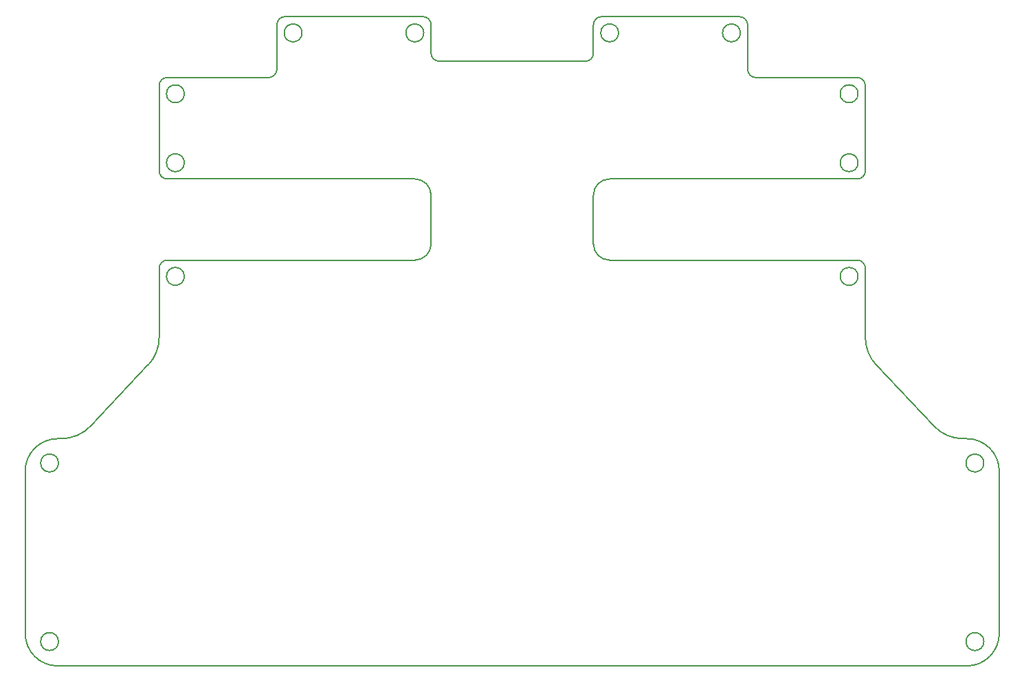
<source format=gko>
G04 #@! TF.GenerationSoftware,KiCad,Pcbnew,(5.1.6)-1*
G04 #@! TF.CreationDate,2021-05-12T17:59:23+09:00*
G04 #@! TF.ProjectId,MainBoard_v1,4d61696e-426f-4617-9264-5f76312e6b69,rev?*
G04 #@! TF.SameCoordinates,Original*
G04 #@! TF.FileFunction,Profile,NP*
%FSLAX46Y46*%
G04 Gerber Fmt 4.6, Leading zero omitted, Abs format (unit mm)*
G04 Created by KiCad (PCBNEW (5.1.6)-1) date 2021-05-12 17:59:23*
%MOMM*%
%LPD*%
G01*
G04 APERTURE LIST*
G04 #@! TA.AperFunction,Profile*
%ADD10C,0.200000*%
G04 #@! TD*
G04 APERTURE END LIST*
D10*
X187100000Y-76500002D02*
G75*
G03*
X187100000Y-76500002I-1100000J0D01*
G01*
X84500000Y-114500001D02*
X84500000Y-134500001D01*
X102000000Y-78500002D02*
G75*
G02*
X101000000Y-77500002I0J1000000D01*
G01*
X115500000Y-65000001D02*
G75*
G02*
X114500000Y-66000001I-1000000J0D01*
G01*
X115500000Y-59500002D02*
X115500000Y-65000001D01*
X101000000Y-67000001D02*
X101000000Y-77500002D01*
X172600000Y-60500002D02*
G75*
G03*
X172600000Y-60500002I-1100000J0D01*
G01*
X157600000Y-60500002D02*
G75*
G03*
X157600000Y-60500002I-1100000J0D01*
G01*
X92566841Y-108932462D02*
G75*
G02*
X88931154Y-110500001I-3635687J3432462D01*
G01*
X202600000Y-113500001D02*
G75*
G03*
X202600000Y-113500001I-1100000J0D01*
G01*
X133600000Y-60500002D02*
G75*
G03*
X133600000Y-60500002I-1100000J0D01*
G01*
X154500000Y-86500000D02*
X154500000Y-80500002D01*
X101000000Y-89500000D02*
G75*
G02*
X102000000Y-88500000I1000000J0D01*
G01*
X104100000Y-68000001D02*
G75*
G03*
X104100000Y-68000001I-1100000J0D01*
G01*
X115500000Y-59500002D02*
G75*
G02*
X116500000Y-58500002I1000000J0D01*
G01*
X200068846Y-110500000D02*
G75*
G02*
X196433160Y-108932461I0J5000000D01*
G01*
X200500000Y-110500001D02*
G75*
G02*
X204500000Y-114500001I0J-4000000D01*
G01*
X99635686Y-101445091D02*
X92566840Y-108932461D01*
X133500000Y-58500002D02*
G75*
G02*
X134500000Y-59500002I0J-1000000D01*
G01*
X156500000Y-88500000D02*
G75*
G02*
X154500000Y-86500000I0J2000000D01*
G01*
X173500000Y-65000001D02*
X173500000Y-59500002D01*
X134500000Y-86500000D02*
G75*
G02*
X132500000Y-88500000I-2000000J0D01*
G01*
X187100000Y-68000001D02*
G75*
G03*
X187100000Y-68000001I-1100000J0D01*
G01*
X114500000Y-66000001D02*
X102000000Y-66000001D01*
X134500000Y-63000001D02*
X134500000Y-59500002D01*
X188000000Y-77500002D02*
X188000000Y-67000001D01*
X154500000Y-59500002D02*
G75*
G02*
X155500000Y-58500002I1000000J0D01*
G01*
X156500000Y-78500002D02*
X187000000Y-78500002D01*
X172500000Y-58500002D02*
X155500000Y-58500002D01*
X187000000Y-66000001D02*
X174500000Y-66000001D01*
X174500000Y-66000001D02*
G75*
G02*
X173500000Y-65000001I0J1000000D01*
G01*
X188000000Y-77500002D02*
G75*
G02*
X187000000Y-78500002I-1000000J0D01*
G01*
X200499999Y-110500001D02*
X200068846Y-110500001D01*
X187100000Y-90500000D02*
G75*
G03*
X187100000Y-90500000I-1100000J0D01*
G01*
X153500000Y-64000001D02*
X135500000Y-64000001D01*
X104100000Y-90500000D02*
G75*
G03*
X104100000Y-90500000I-1100000J0D01*
G01*
X204500000Y-134500001D02*
G75*
G02*
X200500000Y-138500001I-4000000J0D01*
G01*
X88500000Y-138500001D02*
X200500000Y-138500001D01*
X88500000Y-138500001D02*
G75*
G02*
X84500000Y-134500001I0J4000000D01*
G01*
X135500000Y-64000001D02*
G75*
G02*
X134500000Y-63000001I0J1000000D01*
G01*
X101000000Y-67000001D02*
G75*
G02*
X102000000Y-66000001I1000000J0D01*
G01*
X154500000Y-59500002D02*
X154500000Y-63000001D01*
X88931154Y-110500001D02*
X88500000Y-110500001D01*
X132500000Y-88500000D02*
X102000000Y-88500000D01*
X134500000Y-80500002D02*
X134500000Y-86500000D01*
X84500000Y-114500001D02*
G75*
G02*
X88500000Y-110500001I4000000J0D01*
G01*
X101000000Y-98012630D02*
G75*
G02*
X99635686Y-101445091I-5000000J0D01*
G01*
X187000000Y-66000001D02*
G75*
G02*
X188000000Y-67000001I0J-1000000D01*
G01*
X101000000Y-89500000D02*
X101000000Y-98012630D01*
X132500000Y-78500002D02*
G75*
G02*
X134500000Y-80500002I0J-2000000D01*
G01*
X102000000Y-78500002D02*
X132500000Y-78500002D01*
X154500000Y-63000001D02*
G75*
G02*
X153500000Y-64000001I-1000000J0D01*
G01*
X187000000Y-88500000D02*
X156500000Y-88500000D01*
X154500000Y-80500002D02*
G75*
G02*
X156500000Y-78500002I2000000J0D01*
G01*
X88600000Y-113500001D02*
G75*
G03*
X88600000Y-113500001I-1100000J0D01*
G01*
X204499999Y-134500001D02*
X204500000Y-114500001D01*
X88600000Y-135500001D02*
G75*
G03*
X88600000Y-135500001I-1100000J0D01*
G01*
X118600000Y-60500002D02*
G75*
G03*
X118600000Y-60500002I-1100000J0D01*
G01*
X133500000Y-58500002D02*
X116500000Y-58500002D01*
X172500000Y-58500002D02*
G75*
G02*
X173500000Y-59500002I0J-1000000D01*
G01*
X104100000Y-76500002D02*
G75*
G03*
X104100000Y-76500002I-1100000J0D01*
G01*
X202600000Y-135500001D02*
G75*
G03*
X202600000Y-135500001I-1100000J0D01*
G01*
X188000000Y-98012630D02*
X188000000Y-89500000D01*
X189364314Y-101445091D02*
G75*
G02*
X188000000Y-98012630I3635686J3432461D01*
G01*
X196433160Y-108932461D02*
X189364314Y-101445091D01*
X187000000Y-88500000D02*
G75*
G02*
X188000000Y-89500000I0J-1000000D01*
G01*
M02*

</source>
